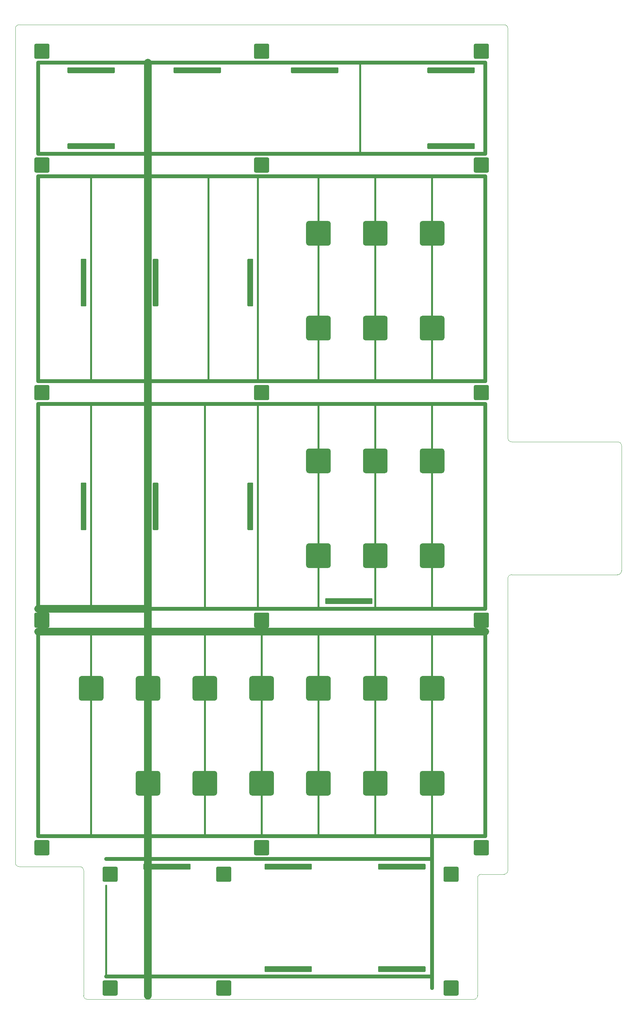
<source format=gbr>
G04 #@! TF.GenerationSoftware,KiCad,Pcbnew,6.0.10+dfsg-1~bpo11+1*
G04 #@! TF.ProjectId,main,6d61696e-2e6b-4696-9361-645f70636258,5.0*
G04 #@! TF.SameCoordinates,Original*
G04 #@! TF.FileFunction,Copper,L6,Bot*
G04 #@! TF.FilePolarity,Positive*
%FSLAX46Y46*%
G04 Gerber Fmt 4.6, Leading zero omitted, Abs format (unit mm)*
%MOMM*%
%LPD*%
G01*
G04 APERTURE LIST*
G04 #@! TA.AperFunction,NonConductor*
%ADD10C,1.000000*%
G04 #@! TD*
G04 #@! TA.AperFunction,NonConductor*
%ADD11C,0.500000*%
G04 #@! TD*
G04 #@! TA.AperFunction,NonConductor*
%ADD12C,2.000000*%
G04 #@! TD*
G04 #@! TA.AperFunction,Profile*
%ADD13C,0.120000*%
G04 #@! TD*
G04 APERTURE END LIST*
D10*
X82280000Y-60320000D02*
X82280000Y-114320000D01*
D11*
X140280000Y-120320000D02*
X140280000Y-174320000D01*
D10*
X82280000Y-180320000D02*
X82280000Y-234320000D01*
X111280000Y-174320000D02*
X200280000Y-174320000D01*
D12*
X82280000Y-174320000D02*
X111280000Y-174320000D01*
D10*
X200280000Y-180320000D02*
X200280000Y-234320000D01*
X200280000Y-60320000D02*
X200280000Y-114320000D01*
D11*
X140280000Y-60320000D02*
X140280000Y-114320000D01*
D10*
X82280000Y-60320000D02*
X200280000Y-60320000D01*
D11*
X100280000Y-247320000D02*
X100280000Y-271320000D01*
D10*
X82280000Y-120320000D02*
X200280000Y-120320000D01*
X82280000Y-30320000D02*
X82280000Y-54320000D01*
D11*
X167280000Y-30320000D02*
X167280000Y-54320000D01*
X156280000Y-120320000D02*
X156280000Y-174320000D01*
D10*
X200280000Y-120320000D02*
X200280000Y-174320000D01*
X186280000Y-271320000D02*
X100280000Y-271320000D01*
X82280000Y-234320000D02*
X200280000Y-234320000D01*
D12*
X82280000Y-180320000D02*
X200280000Y-180320000D01*
D11*
X96280000Y-60320000D02*
X96280000Y-114320000D01*
D10*
X186280000Y-234320000D02*
X186280000Y-274320000D01*
D11*
X141280000Y-180320000D02*
X141280000Y-234320000D01*
X171280000Y-60320000D02*
X171280000Y-114320000D01*
X127280000Y-60320000D02*
X127280000Y-114320000D01*
X126280000Y-120320000D02*
X126280000Y-174320000D01*
X186280000Y-180320000D02*
X186280000Y-234320000D01*
X186280000Y-120320000D02*
X186280000Y-174320000D01*
D12*
X111280000Y-30320000D02*
X111280000Y-276320000D01*
D11*
X156280000Y-60320000D02*
X156280000Y-114320000D01*
D10*
X82280000Y-54320000D02*
X200280000Y-54320000D01*
D11*
X171280000Y-180320000D02*
X171280000Y-234320000D01*
X156280000Y-180320000D02*
X156280000Y-234320000D01*
X186280000Y-60320000D02*
X186280000Y-114320000D01*
X96280000Y-180320000D02*
X96280000Y-234320000D01*
D10*
X200280000Y-30320000D02*
X200280000Y-54320000D01*
D11*
X126280000Y-180320000D02*
X126280000Y-234320000D01*
D10*
X82280000Y-114320000D02*
X200280000Y-114320000D01*
X186280000Y-240320000D02*
X100280000Y-240320000D01*
X82280000Y-120320000D02*
X82280000Y-174320000D01*
D11*
X171280000Y-120320000D02*
X171280000Y-174320000D01*
D10*
X82280000Y-30320000D02*
X200280000Y-30320000D01*
D11*
X96280000Y-120320000D02*
X96280000Y-174320000D01*
D13*
X76280000Y-241320000D02*
X76280000Y-21320000D01*
X205280000Y-244320000D02*
X199280000Y-244320000D01*
X93280000Y-242320000D02*
X77280000Y-242320000D01*
X94280000Y-276320000D02*
X94280000Y-243320000D01*
X198280000Y-245320000D02*
X198280000Y-276320000D01*
X197280000Y-277320000D02*
X95280000Y-277320000D01*
X235280000Y-165320000D02*
X207280000Y-165320000D01*
X207280000Y-130320000D02*
X235280000Y-130320000D01*
X236280000Y-131320000D02*
X236280000Y-164320000D01*
X206280000Y-166320000D02*
X206280000Y-243320000D01*
X77280000Y-20320000D02*
X205280000Y-20320000D01*
X206280000Y-21320000D02*
X206280000Y-129320000D01*
X235280000Y-165320000D02*
G75*
G03*
X236280000Y-164320000I0J1000000D01*
G01*
X76280000Y-241320000D02*
G75*
G03*
X77280000Y-242320000I999999J-1D01*
G01*
X199280000Y-244320000D02*
G75*
G03*
X198280000Y-245320000I0J-1000000D01*
G01*
X206280000Y-21320000D02*
G75*
G03*
X205280000Y-20320000I-1000000J0D01*
G01*
X94280000Y-243320000D02*
G75*
G03*
X93280000Y-242320000I-1000000J0D01*
G01*
X206280000Y-129320000D02*
G75*
G03*
X207280000Y-130320000I1000000J0D01*
G01*
X236280000Y-131320000D02*
G75*
G03*
X235280000Y-130320000I-1000000J0D01*
G01*
X205280000Y-244320000D02*
G75*
G03*
X206280000Y-243320000I0J1000000D01*
G01*
X94280000Y-276320000D02*
G75*
G03*
X95280000Y-277320000I1000000J0D01*
G01*
X197280000Y-277320000D02*
G75*
G03*
X198280000Y-276320000I0J1000000D01*
G01*
X207280000Y-165320000D02*
G75*
G03*
X206280000Y-166320000I0J-1000000D01*
G01*
X77280000Y-20320000D02*
G75*
G03*
X76280000Y-21320000I-1J-999999D01*
G01*
G04 #@! TA.AperFunction,ComponentPad*
G36*
G01*
X139280000Y-58920000D02*
X139280000Y-55720000D01*
G75*
G02*
X139680000Y-55320000I400000J0D01*
G01*
X142880000Y-55320000D01*
G75*
G02*
X143280000Y-55720000I0J-400000D01*
G01*
X143280000Y-58920000D01*
G75*
G02*
X142880000Y-59320000I-400000J0D01*
G01*
X139680000Y-59320000D01*
G75*
G02*
X139280000Y-58920000I0J400000D01*
G01*
G37*
G04 #@! TD.AperFunction*
G04 #@! TA.AperFunction,ComponentPad*
G36*
G01*
X197280000Y-178920000D02*
X197280000Y-175720000D01*
G75*
G02*
X197680000Y-175320000I400000J0D01*
G01*
X200880000Y-175320000D01*
G75*
G02*
X201280000Y-175720000I0J-400000D01*
G01*
X201280000Y-178920000D01*
G75*
G02*
X200880000Y-179320000I-400000J0D01*
G01*
X197680000Y-179320000D01*
G75*
G02*
X197280000Y-178920000I0J400000D01*
G01*
G37*
G04 #@! TD.AperFunction*
G04 #@! TA.AperFunction,ComponentPad*
G36*
G01*
X81280000Y-178920000D02*
X81280000Y-175720000D01*
G75*
G02*
X81680000Y-175320000I400000J0D01*
G01*
X84880000Y-175320000D01*
G75*
G02*
X85280000Y-175720000I0J-400000D01*
G01*
X85280000Y-178920000D01*
G75*
G02*
X84880000Y-179320000I-400000J0D01*
G01*
X81680000Y-179320000D01*
G75*
G02*
X81280000Y-178920000I0J400000D01*
G01*
G37*
G04 #@! TD.AperFunction*
G04 #@! TA.AperFunction,ComponentPad*
G36*
G01*
X139280000Y-28920000D02*
X139280000Y-25720000D01*
G75*
G02*
X139680000Y-25320000I400000J0D01*
G01*
X142880000Y-25320000D01*
G75*
G02*
X143280000Y-25720000I0J-400000D01*
G01*
X143280000Y-28920000D01*
G75*
G02*
X142880000Y-29320000I-400000J0D01*
G01*
X139680000Y-29320000D01*
G75*
G02*
X139280000Y-28920000I0J400000D01*
G01*
G37*
G04 #@! TD.AperFunction*
G04 #@! TA.AperFunction,ComponentPad*
G36*
G01*
X81280000Y-58920000D02*
X81280000Y-55720000D01*
G75*
G02*
X81680000Y-55320000I400000J0D01*
G01*
X84880000Y-55320000D01*
G75*
G02*
X85280000Y-55720000I0J-400000D01*
G01*
X85280000Y-58920000D01*
G75*
G02*
X84880000Y-59320000I-400000J0D01*
G01*
X81680000Y-59320000D01*
G75*
G02*
X81280000Y-58920000I0J400000D01*
G01*
G37*
G04 #@! TD.AperFunction*
G04 #@! TA.AperFunction,ComponentPad*
G36*
G01*
X139280000Y-178920000D02*
X139280000Y-175720000D01*
G75*
G02*
X139680000Y-175320000I400000J0D01*
G01*
X142880000Y-175320000D01*
G75*
G02*
X143280000Y-175720000I0J-400000D01*
G01*
X143280000Y-178920000D01*
G75*
G02*
X142880000Y-179320000I-400000J0D01*
G01*
X139680000Y-179320000D01*
G75*
G02*
X139280000Y-178920000I0J400000D01*
G01*
G37*
G04 #@! TD.AperFunction*
G04 #@! TA.AperFunction,ComponentPad*
G36*
G01*
X139280000Y-118920000D02*
X139280000Y-115720000D01*
G75*
G02*
X139680000Y-115320000I400000J0D01*
G01*
X142880000Y-115320000D01*
G75*
G02*
X143280000Y-115720000I0J-400000D01*
G01*
X143280000Y-118920000D01*
G75*
G02*
X142880000Y-119320000I-400000J0D01*
G01*
X139680000Y-119320000D01*
G75*
G02*
X139280000Y-118920000I0J400000D01*
G01*
G37*
G04 #@! TD.AperFunction*
G04 #@! TA.AperFunction,ComponentPad*
G36*
G01*
X81280000Y-118920000D02*
X81280000Y-115720000D01*
G75*
G02*
X81680000Y-115320000I400000J0D01*
G01*
X84880000Y-115320000D01*
G75*
G02*
X85280000Y-115720000I0J-400000D01*
G01*
X85280000Y-118920000D01*
G75*
G02*
X84880000Y-119320000I-400000J0D01*
G01*
X81680000Y-119320000D01*
G75*
G02*
X81280000Y-118920000I0J400000D01*
G01*
G37*
G04 #@! TD.AperFunction*
G04 #@! TA.AperFunction,ComponentPad*
G36*
G01*
X197280000Y-238920000D02*
X197280000Y-235720000D01*
G75*
G02*
X197680000Y-235320000I400000J0D01*
G01*
X200880000Y-235320000D01*
G75*
G02*
X201280000Y-235720000I0J-400000D01*
G01*
X201280000Y-238920000D01*
G75*
G02*
X200880000Y-239320000I-400000J0D01*
G01*
X197680000Y-239320000D01*
G75*
G02*
X197280000Y-238920000I0J400000D01*
G01*
G37*
G04 #@! TD.AperFunction*
G04 #@! TA.AperFunction,ComponentPad*
G36*
G01*
X129280000Y-245920000D02*
X129280000Y-242720000D01*
G75*
G02*
X129680000Y-242320000I400000J0D01*
G01*
X132880000Y-242320000D01*
G75*
G02*
X133280000Y-242720000I0J-400000D01*
G01*
X133280000Y-245920000D01*
G75*
G02*
X132880000Y-246320000I-400000J0D01*
G01*
X129680000Y-246320000D01*
G75*
G02*
X129280000Y-245920000I0J400000D01*
G01*
G37*
G04 #@! TD.AperFunction*
G04 #@! TA.AperFunction,ComponentPad*
G36*
G01*
X189280000Y-245920000D02*
X189280000Y-242720000D01*
G75*
G02*
X189680000Y-242320000I400000J0D01*
G01*
X192880000Y-242320000D01*
G75*
G02*
X193280000Y-242720000I0J-400000D01*
G01*
X193280000Y-245920000D01*
G75*
G02*
X192880000Y-246320000I-400000J0D01*
G01*
X189680000Y-246320000D01*
G75*
G02*
X189280000Y-245920000I0J400000D01*
G01*
G37*
G04 #@! TD.AperFunction*
G04 #@! TA.AperFunction,ComponentPad*
G36*
G01*
X81280000Y-238920000D02*
X81280000Y-235720000D01*
G75*
G02*
X81680000Y-235320000I400000J0D01*
G01*
X84880000Y-235320000D01*
G75*
G02*
X85280000Y-235720000I0J-400000D01*
G01*
X85280000Y-238920000D01*
G75*
G02*
X84880000Y-239320000I-400000J0D01*
G01*
X81680000Y-239320000D01*
G75*
G02*
X81280000Y-238920000I0J400000D01*
G01*
G37*
G04 #@! TD.AperFunction*
G04 #@! TA.AperFunction,ComponentPad*
G36*
G01*
X99280000Y-245920000D02*
X99280000Y-242720000D01*
G75*
G02*
X99680000Y-242320000I400000J0D01*
G01*
X102880000Y-242320000D01*
G75*
G02*
X103280000Y-242720000I0J-400000D01*
G01*
X103280000Y-245920000D01*
G75*
G02*
X102880000Y-246320000I-400000J0D01*
G01*
X99680000Y-246320000D01*
G75*
G02*
X99280000Y-245920000I0J400000D01*
G01*
G37*
G04 #@! TD.AperFunction*
G04 #@! TA.AperFunction,ComponentPad*
G36*
G01*
X99280000Y-275920000D02*
X99280000Y-272720000D01*
G75*
G02*
X99680000Y-272320000I400000J0D01*
G01*
X102880000Y-272320000D01*
G75*
G02*
X103280000Y-272720000I0J-400000D01*
G01*
X103280000Y-275920000D01*
G75*
G02*
X102880000Y-276320000I-400000J0D01*
G01*
X99680000Y-276320000D01*
G75*
G02*
X99280000Y-275920000I0J400000D01*
G01*
G37*
G04 #@! TD.AperFunction*
G04 #@! TA.AperFunction,ComponentPad*
G36*
G01*
X129280000Y-275920000D02*
X129280000Y-272720000D01*
G75*
G02*
X129680000Y-272320000I400000J0D01*
G01*
X132880000Y-272320000D01*
G75*
G02*
X133280000Y-272720000I0J-400000D01*
G01*
X133280000Y-275920000D01*
G75*
G02*
X132880000Y-276320000I-400000J0D01*
G01*
X129680000Y-276320000D01*
G75*
G02*
X129280000Y-275920000I0J400000D01*
G01*
G37*
G04 #@! TD.AperFunction*
G04 #@! TA.AperFunction,ComponentPad*
G36*
G01*
X197280000Y-28920000D02*
X197280000Y-25720000D01*
G75*
G02*
X197680000Y-25320000I400000J0D01*
G01*
X200880000Y-25320000D01*
G75*
G02*
X201280000Y-25720000I0J-400000D01*
G01*
X201280000Y-28920000D01*
G75*
G02*
X200880000Y-29320000I-400000J0D01*
G01*
X197680000Y-29320000D01*
G75*
G02*
X197280000Y-28920000I0J400000D01*
G01*
G37*
G04 #@! TD.AperFunction*
G04 #@! TA.AperFunction,ComponentPad*
G36*
G01*
X189280000Y-275920000D02*
X189280000Y-272720000D01*
G75*
G02*
X189680000Y-272320000I400000J0D01*
G01*
X192880000Y-272320000D01*
G75*
G02*
X193280000Y-272720000I0J-400000D01*
G01*
X193280000Y-275920000D01*
G75*
G02*
X192880000Y-276320000I-400000J0D01*
G01*
X189680000Y-276320000D01*
G75*
G02*
X189280000Y-275920000I0J400000D01*
G01*
G37*
G04 #@! TD.AperFunction*
G04 #@! TA.AperFunction,ComponentPad*
G36*
G01*
X81280000Y-28920000D02*
X81280000Y-25720000D01*
G75*
G02*
X81680000Y-25320000I400000J0D01*
G01*
X84880000Y-25320000D01*
G75*
G02*
X85280000Y-25720000I0J-400000D01*
G01*
X85280000Y-28920000D01*
G75*
G02*
X84880000Y-29320000I-400000J0D01*
G01*
X81680000Y-29320000D01*
G75*
G02*
X81280000Y-28920000I0J400000D01*
G01*
G37*
G04 #@! TD.AperFunction*
G04 #@! TA.AperFunction,ComponentPad*
G36*
G01*
X197280000Y-118920000D02*
X197280000Y-115720000D01*
G75*
G02*
X197680000Y-115320000I400000J0D01*
G01*
X200880000Y-115320000D01*
G75*
G02*
X201280000Y-115720000I0J-400000D01*
G01*
X201280000Y-118920000D01*
G75*
G02*
X200880000Y-119320000I-400000J0D01*
G01*
X197680000Y-119320000D01*
G75*
G02*
X197280000Y-118920000I0J400000D01*
G01*
G37*
G04 #@! TD.AperFunction*
G04 #@! TA.AperFunction,ComponentPad*
G36*
G01*
X197280000Y-58920000D02*
X197280000Y-55720000D01*
G75*
G02*
X197680000Y-55320000I400000J0D01*
G01*
X200880000Y-55320000D01*
G75*
G02*
X201280000Y-55720000I0J-400000D01*
G01*
X201280000Y-58920000D01*
G75*
G02*
X200880000Y-59320000I-400000J0D01*
G01*
X197680000Y-59320000D01*
G75*
G02*
X197280000Y-58920000I0J400000D01*
G01*
G37*
G04 #@! TD.AperFunction*
G04 #@! TA.AperFunction,ComponentPad*
G36*
G01*
X139280000Y-238920000D02*
X139280000Y-235720000D01*
G75*
G02*
X139680000Y-235320000I400000J0D01*
G01*
X142880000Y-235320000D01*
G75*
G02*
X143280000Y-235720000I0J-400000D01*
G01*
X143280000Y-238920000D01*
G75*
G02*
X142880000Y-239320000I-400000J0D01*
G01*
X139680000Y-239320000D01*
G75*
G02*
X139280000Y-238920000I0J400000D01*
G01*
G37*
G04 #@! TD.AperFunction*
G04 #@! TA.AperFunction,SMDPad,CuDef*
G36*
G01*
X185030000Y-32920000D02*
X185030000Y-31720000D01*
G75*
G02*
X185180000Y-31570000I150000J0D01*
G01*
X197380000Y-31570000D01*
G75*
G02*
X197530000Y-31720000I0J-150000D01*
G01*
X197530000Y-32920000D01*
G75*
G02*
X197380000Y-33070000I-150000J0D01*
G01*
X185180000Y-33070000D01*
G75*
G02*
X185030000Y-32920000I0J150000D01*
G01*
G37*
G04 #@! TD.AperFunction*
G04 #@! TA.AperFunction,SMDPad,CuDef*
G36*
G01*
X142030000Y-269920000D02*
X142030000Y-268720000D01*
G75*
G02*
X142180000Y-268570000I150000J0D01*
G01*
X154380000Y-268570000D01*
G75*
G02*
X154530000Y-268720000I0J-150000D01*
G01*
X154530000Y-269920000D01*
G75*
G02*
X154380000Y-270070000I-150000J0D01*
G01*
X142180000Y-270070000D01*
G75*
G02*
X142030000Y-269920000I0J150000D01*
G01*
G37*
G04 #@! TD.AperFunction*
G04 #@! TA.AperFunction,SMDPad,CuDef*
G36*
G01*
X94880000Y-153570000D02*
X93680000Y-153570000D01*
G75*
G02*
X93530000Y-153420000I0J150000D01*
G01*
X93530000Y-141220000D01*
G75*
G02*
X93680000Y-141070000I150000J0D01*
G01*
X94880000Y-141070000D01*
G75*
G02*
X95030000Y-141220000I0J-150000D01*
G01*
X95030000Y-153420000D01*
G75*
G02*
X94880000Y-153570000I-150000J0D01*
G01*
G37*
G04 #@! TD.AperFunction*
G04 #@! TA.AperFunction,SMDPad,CuDef*
G36*
G01*
X102530000Y-31720000D02*
X102530000Y-32920000D01*
G75*
G02*
X102380000Y-33070000I-150000J0D01*
G01*
X90180000Y-33070000D01*
G75*
G02*
X90030000Y-32920000I0J150000D01*
G01*
X90030000Y-31720000D01*
G75*
G02*
X90180000Y-31570000I150000J0D01*
G01*
X102380000Y-31570000D01*
G75*
G02*
X102530000Y-31720000I0J-150000D01*
G01*
G37*
G04 #@! TD.AperFunction*
G04 #@! TA.AperFunction,SMDPad,CuDef*
G36*
G01*
X159530000Y-217720000D02*
X159530000Y-222920000D01*
G75*
G02*
X158880000Y-223570000I-650000J0D01*
G01*
X153680000Y-223570000D01*
G75*
G02*
X153030000Y-222920000I0J650000D01*
G01*
X153030000Y-217720000D01*
G75*
G02*
X153680000Y-217070000I650000J0D01*
G01*
X158880000Y-217070000D01*
G75*
G02*
X159530000Y-217720000I0J-650000D01*
G01*
G37*
G04 #@! TD.AperFunction*
G04 #@! TA.AperFunction,SMDPad,CuDef*
G36*
G01*
X137680000Y-141070000D02*
X138880000Y-141070000D01*
G75*
G02*
X139030000Y-141220000I0J-150000D01*
G01*
X139030000Y-153420000D01*
G75*
G02*
X138880000Y-153570000I-150000J0D01*
G01*
X137680000Y-153570000D01*
G75*
G02*
X137530000Y-153420000I0J150000D01*
G01*
X137530000Y-141220000D01*
G75*
G02*
X137680000Y-141070000I150000J0D01*
G01*
G37*
G04 #@! TD.AperFunction*
G04 #@! TA.AperFunction,SMDPad,CuDef*
G36*
G01*
X174530000Y-97720000D02*
X174530000Y-102920000D01*
G75*
G02*
X173880000Y-103570000I-650000J0D01*
G01*
X168680000Y-103570000D01*
G75*
G02*
X168030000Y-102920000I0J650000D01*
G01*
X168030000Y-97720000D01*
G75*
G02*
X168680000Y-97070000I650000J0D01*
G01*
X173880000Y-97070000D01*
G75*
G02*
X174530000Y-97720000I0J-650000D01*
G01*
G37*
G04 #@! TD.AperFunction*
G04 #@! TA.AperFunction,SMDPad,CuDef*
G36*
G01*
X189530000Y-72720000D02*
X189530000Y-77920000D01*
G75*
G02*
X188880000Y-78570000I-650000J0D01*
G01*
X183680000Y-78570000D01*
G75*
G02*
X183030000Y-77920000I0J650000D01*
G01*
X183030000Y-72720000D01*
G75*
G02*
X183680000Y-72070000I650000J0D01*
G01*
X188880000Y-72070000D01*
G75*
G02*
X189530000Y-72720000I0J-650000D01*
G01*
G37*
G04 #@! TD.AperFunction*
G04 #@! TA.AperFunction,SMDPad,CuDef*
G36*
G01*
X174530000Y-192720000D02*
X174530000Y-197920000D01*
G75*
G02*
X173880000Y-198570000I-650000J0D01*
G01*
X168680000Y-198570000D01*
G75*
G02*
X168030000Y-197920000I0J650000D01*
G01*
X168030000Y-192720000D01*
G75*
G02*
X168680000Y-192070000I650000J0D01*
G01*
X173880000Y-192070000D01*
G75*
G02*
X174530000Y-192720000I0J-650000D01*
G01*
G37*
G04 #@! TD.AperFunction*
G04 #@! TA.AperFunction,SMDPad,CuDef*
G36*
G01*
X129530000Y-192720000D02*
X129530000Y-197920000D01*
G75*
G02*
X128880000Y-198570000I-650000J0D01*
G01*
X123680000Y-198570000D01*
G75*
G02*
X123030000Y-197920000I0J650000D01*
G01*
X123030000Y-192720000D01*
G75*
G02*
X123680000Y-192070000I650000J0D01*
G01*
X128880000Y-192070000D01*
G75*
G02*
X129530000Y-192720000I0J-650000D01*
G01*
G37*
G04 #@! TD.AperFunction*
G04 #@! TA.AperFunction,SMDPad,CuDef*
G36*
G01*
X154530000Y-241720000D02*
X154530000Y-242920000D01*
G75*
G02*
X154380000Y-243070000I-150000J0D01*
G01*
X142180000Y-243070000D01*
G75*
G02*
X142030000Y-242920000I0J150000D01*
G01*
X142030000Y-241720000D01*
G75*
G02*
X142180000Y-241570000I150000J0D01*
G01*
X154380000Y-241570000D01*
G75*
G02*
X154530000Y-241720000I0J-150000D01*
G01*
G37*
G04 #@! TD.AperFunction*
G04 #@! TA.AperFunction,SMDPad,CuDef*
G36*
G01*
X90030000Y-52920000D02*
X90030000Y-51720000D01*
G75*
G02*
X90180000Y-51570000I150000J0D01*
G01*
X102380000Y-51570000D01*
G75*
G02*
X102530000Y-51720000I0J-150000D01*
G01*
X102530000Y-52920000D01*
G75*
G02*
X102380000Y-53070000I-150000J0D01*
G01*
X90180000Y-53070000D01*
G75*
G02*
X90030000Y-52920000I0J150000D01*
G01*
G37*
G04 #@! TD.AperFunction*
G04 #@! TA.AperFunction,SMDPad,CuDef*
G36*
G01*
X144530000Y-192720000D02*
X144530000Y-197920000D01*
G75*
G02*
X143880000Y-198570000I-650000J0D01*
G01*
X138680000Y-198570000D01*
G75*
G02*
X138030000Y-197920000I0J650000D01*
G01*
X138030000Y-192720000D01*
G75*
G02*
X138680000Y-192070000I650000J0D01*
G01*
X143880000Y-192070000D01*
G75*
G02*
X144530000Y-192720000I0J-650000D01*
G01*
G37*
G04 #@! TD.AperFunction*
G04 #@! TA.AperFunction,SMDPad,CuDef*
G36*
G01*
X189530000Y-132720000D02*
X189530000Y-137920000D01*
G75*
G02*
X188880000Y-138570000I-650000J0D01*
G01*
X183680000Y-138570000D01*
G75*
G02*
X183030000Y-137920000I0J650000D01*
G01*
X183030000Y-132720000D01*
G75*
G02*
X183680000Y-132070000I650000J0D01*
G01*
X188880000Y-132070000D01*
G75*
G02*
X189530000Y-132720000I0J-650000D01*
G01*
G37*
G04 #@! TD.AperFunction*
G04 #@! TA.AperFunction,SMDPad,CuDef*
G36*
G01*
X129530000Y-217720000D02*
X129530000Y-222920000D01*
G75*
G02*
X128880000Y-223570000I-650000J0D01*
G01*
X123680000Y-223570000D01*
G75*
G02*
X123030000Y-222920000I0J650000D01*
G01*
X123030000Y-217720000D01*
G75*
G02*
X123680000Y-217070000I650000J0D01*
G01*
X128880000Y-217070000D01*
G75*
G02*
X129530000Y-217720000I0J-650000D01*
G01*
G37*
G04 #@! TD.AperFunction*
G04 #@! TA.AperFunction,SMDPad,CuDef*
G36*
G01*
X112680000Y-141070000D02*
X113880000Y-141070000D01*
G75*
G02*
X114030000Y-141220000I0J-150000D01*
G01*
X114030000Y-153420000D01*
G75*
G02*
X113880000Y-153570000I-150000J0D01*
G01*
X112680000Y-153570000D01*
G75*
G02*
X112530000Y-153420000I0J150000D01*
G01*
X112530000Y-141220000D01*
G75*
G02*
X112680000Y-141070000I150000J0D01*
G01*
G37*
G04 #@! TD.AperFunction*
G04 #@! TA.AperFunction,SMDPad,CuDef*
G36*
G01*
X118030000Y-32920000D02*
X118030000Y-31720000D01*
G75*
G02*
X118180000Y-31570000I150000J0D01*
G01*
X130380000Y-31570000D01*
G75*
G02*
X130530000Y-31720000I0J-150000D01*
G01*
X130530000Y-32920000D01*
G75*
G02*
X130380000Y-33070000I-150000J0D01*
G01*
X118180000Y-33070000D01*
G75*
G02*
X118030000Y-32920000I0J150000D01*
G01*
G37*
G04 #@! TD.AperFunction*
G04 #@! TA.AperFunction,SMDPad,CuDef*
G36*
G01*
X159530000Y-157720000D02*
X159530000Y-162920000D01*
G75*
G02*
X158880000Y-163570000I-650000J0D01*
G01*
X153680000Y-163570000D01*
G75*
G02*
X153030000Y-162920000I0J650000D01*
G01*
X153030000Y-157720000D01*
G75*
G02*
X153680000Y-157070000I650000J0D01*
G01*
X158880000Y-157070000D01*
G75*
G02*
X159530000Y-157720000I0J-650000D01*
G01*
G37*
G04 #@! TD.AperFunction*
G04 #@! TA.AperFunction,SMDPad,CuDef*
G36*
G01*
X174530000Y-217720000D02*
X174530000Y-222920000D01*
G75*
G02*
X173880000Y-223570000I-650000J0D01*
G01*
X168680000Y-223570000D01*
G75*
G02*
X168030000Y-222920000I0J650000D01*
G01*
X168030000Y-217720000D01*
G75*
G02*
X168680000Y-217070000I650000J0D01*
G01*
X173880000Y-217070000D01*
G75*
G02*
X174530000Y-217720000I0J-650000D01*
G01*
G37*
G04 #@! TD.AperFunction*
G04 #@! TA.AperFunction,SMDPad,CuDef*
G36*
G01*
X114530000Y-192720000D02*
X114530000Y-197920000D01*
G75*
G02*
X113880000Y-198570000I-650000J0D01*
G01*
X108680000Y-198570000D01*
G75*
G02*
X108030000Y-197920000I0J650000D01*
G01*
X108030000Y-192720000D01*
G75*
G02*
X108680000Y-192070000I650000J0D01*
G01*
X113880000Y-192070000D01*
G75*
G02*
X114530000Y-192720000I0J-650000D01*
G01*
G37*
G04 #@! TD.AperFunction*
G04 #@! TA.AperFunction,SMDPad,CuDef*
G36*
G01*
X189530000Y-97720000D02*
X189530000Y-102920000D01*
G75*
G02*
X188880000Y-103570000I-650000J0D01*
G01*
X183680000Y-103570000D01*
G75*
G02*
X183030000Y-102920000I0J650000D01*
G01*
X183030000Y-97720000D01*
G75*
G02*
X183680000Y-97070000I650000J0D01*
G01*
X188880000Y-97070000D01*
G75*
G02*
X189530000Y-97720000I0J-650000D01*
G01*
G37*
G04 #@! TD.AperFunction*
G04 #@! TA.AperFunction,SMDPad,CuDef*
G36*
G01*
X93680000Y-82070000D02*
X94880000Y-82070000D01*
G75*
G02*
X95030000Y-82220000I0J-150000D01*
G01*
X95030000Y-94420000D01*
G75*
G02*
X94880000Y-94570000I-150000J0D01*
G01*
X93680000Y-94570000D01*
G75*
G02*
X93530000Y-94420000I0J150000D01*
G01*
X93530000Y-82220000D01*
G75*
G02*
X93680000Y-82070000I150000J0D01*
G01*
G37*
G04 #@! TD.AperFunction*
G04 #@! TA.AperFunction,SMDPad,CuDef*
G36*
G01*
X159530000Y-97720000D02*
X159530000Y-102920000D01*
G75*
G02*
X158880000Y-103570000I-650000J0D01*
G01*
X153680000Y-103570000D01*
G75*
G02*
X153030000Y-102920000I0J650000D01*
G01*
X153030000Y-97720000D01*
G75*
G02*
X153680000Y-97070000I650000J0D01*
G01*
X158880000Y-97070000D01*
G75*
G02*
X159530000Y-97720000I0J-650000D01*
G01*
G37*
G04 #@! TD.AperFunction*
G04 #@! TA.AperFunction,SMDPad,CuDef*
G36*
G01*
X189530000Y-192720000D02*
X189530000Y-197920000D01*
G75*
G02*
X188880000Y-198570000I-650000J0D01*
G01*
X183680000Y-198570000D01*
G75*
G02*
X183030000Y-197920000I0J650000D01*
G01*
X183030000Y-192720000D01*
G75*
G02*
X183680000Y-192070000I650000J0D01*
G01*
X188880000Y-192070000D01*
G75*
G02*
X189530000Y-192720000I0J-650000D01*
G01*
G37*
G04 #@! TD.AperFunction*
G04 #@! TA.AperFunction,SMDPad,CuDef*
G36*
G01*
X174530000Y-72720000D02*
X174530000Y-77920000D01*
G75*
G02*
X173880000Y-78570000I-650000J0D01*
G01*
X168680000Y-78570000D01*
G75*
G02*
X168030000Y-77920000I0J650000D01*
G01*
X168030000Y-72720000D01*
G75*
G02*
X168680000Y-72070000I650000J0D01*
G01*
X173880000Y-72070000D01*
G75*
G02*
X174530000Y-72720000I0J-650000D01*
G01*
G37*
G04 #@! TD.AperFunction*
G04 #@! TA.AperFunction,SMDPad,CuDef*
G36*
G01*
X149030000Y-32920000D02*
X149030000Y-31720000D01*
G75*
G02*
X149180000Y-31570000I150000J0D01*
G01*
X161380000Y-31570000D01*
G75*
G02*
X161530000Y-31720000I0J-150000D01*
G01*
X161530000Y-32920000D01*
G75*
G02*
X161380000Y-33070000I-150000J0D01*
G01*
X149180000Y-33070000D01*
G75*
G02*
X149030000Y-32920000I0J150000D01*
G01*
G37*
G04 #@! TD.AperFunction*
G04 #@! TA.AperFunction,SMDPad,CuDef*
G36*
G01*
X158030000Y-172920000D02*
X158030000Y-171720000D01*
G75*
G02*
X158180000Y-171570000I150000J0D01*
G01*
X170380000Y-171570000D01*
G75*
G02*
X170530000Y-171720000I0J-150000D01*
G01*
X170530000Y-172920000D01*
G75*
G02*
X170380000Y-173070000I-150000J0D01*
G01*
X158180000Y-173070000D01*
G75*
G02*
X158030000Y-172920000I0J150000D01*
G01*
G37*
G04 #@! TD.AperFunction*
G04 #@! TA.AperFunction,SMDPad,CuDef*
G36*
G01*
X159530000Y-72720000D02*
X159530000Y-77920000D01*
G75*
G02*
X158880000Y-78570000I-650000J0D01*
G01*
X153680000Y-78570000D01*
G75*
G02*
X153030000Y-77920000I0J650000D01*
G01*
X153030000Y-72720000D01*
G75*
G02*
X153680000Y-72070000I650000J0D01*
G01*
X158880000Y-72070000D01*
G75*
G02*
X159530000Y-72720000I0J-650000D01*
G01*
G37*
G04 #@! TD.AperFunction*
G04 #@! TA.AperFunction,SMDPad,CuDef*
G36*
G01*
X144530000Y-217720000D02*
X144530000Y-222920000D01*
G75*
G02*
X143880000Y-223570000I-650000J0D01*
G01*
X138680000Y-223570000D01*
G75*
G02*
X138030000Y-222920000I0J650000D01*
G01*
X138030000Y-217720000D01*
G75*
G02*
X138680000Y-217070000I650000J0D01*
G01*
X143880000Y-217070000D01*
G75*
G02*
X144530000Y-217720000I0J-650000D01*
G01*
G37*
G04 #@! TD.AperFunction*
G04 #@! TA.AperFunction,SMDPad,CuDef*
G36*
G01*
X189530000Y-217720000D02*
X189530000Y-222920000D01*
G75*
G02*
X188880000Y-223570000I-650000J0D01*
G01*
X183680000Y-223570000D01*
G75*
G02*
X183030000Y-222920000I0J650000D01*
G01*
X183030000Y-217720000D01*
G75*
G02*
X183680000Y-217070000I650000J0D01*
G01*
X188880000Y-217070000D01*
G75*
G02*
X189530000Y-217720000I0J-650000D01*
G01*
G37*
G04 #@! TD.AperFunction*
G04 #@! TA.AperFunction,SMDPad,CuDef*
G36*
G01*
X137680000Y-82070000D02*
X138880000Y-82070000D01*
G75*
G02*
X139030000Y-82220000I0J-150000D01*
G01*
X139030000Y-94420000D01*
G75*
G02*
X138880000Y-94570000I-150000J0D01*
G01*
X137680000Y-94570000D01*
G75*
G02*
X137530000Y-94420000I0J150000D01*
G01*
X137530000Y-82220000D01*
G75*
G02*
X137680000Y-82070000I150000J0D01*
G01*
G37*
G04 #@! TD.AperFunction*
G04 #@! TA.AperFunction,SMDPad,CuDef*
G36*
G01*
X174530000Y-132720000D02*
X174530000Y-137920000D01*
G75*
G02*
X173880000Y-138570000I-650000J0D01*
G01*
X168680000Y-138570000D01*
G75*
G02*
X168030000Y-137920000I0J650000D01*
G01*
X168030000Y-132720000D01*
G75*
G02*
X168680000Y-132070000I650000J0D01*
G01*
X173880000Y-132070000D01*
G75*
G02*
X174530000Y-132720000I0J-650000D01*
G01*
G37*
G04 #@! TD.AperFunction*
G04 #@! TA.AperFunction,SMDPad,CuDef*
G36*
G01*
X172030000Y-269920000D02*
X172030000Y-268720000D01*
G75*
G02*
X172180000Y-268570000I150000J0D01*
G01*
X184380000Y-268570000D01*
G75*
G02*
X184530000Y-268720000I0J-150000D01*
G01*
X184530000Y-269920000D01*
G75*
G02*
X184380000Y-270070000I-150000J0D01*
G01*
X172180000Y-270070000D01*
G75*
G02*
X172030000Y-269920000I0J150000D01*
G01*
G37*
G04 #@! TD.AperFunction*
G04 #@! TA.AperFunction,SMDPad,CuDef*
G36*
G01*
X174530000Y-157720000D02*
X174530000Y-162920000D01*
G75*
G02*
X173880000Y-163570000I-650000J0D01*
G01*
X168680000Y-163570000D01*
G75*
G02*
X168030000Y-162920000I0J650000D01*
G01*
X168030000Y-157720000D01*
G75*
G02*
X168680000Y-157070000I650000J0D01*
G01*
X173880000Y-157070000D01*
G75*
G02*
X174530000Y-157720000I0J-650000D01*
G01*
G37*
G04 #@! TD.AperFunction*
G04 #@! TA.AperFunction,SMDPad,CuDef*
G36*
G01*
X122530000Y-241720000D02*
X122530000Y-242920000D01*
G75*
G02*
X122380000Y-243070000I-150000J0D01*
G01*
X110180000Y-243070000D01*
G75*
G02*
X110030000Y-242920000I0J150000D01*
G01*
X110030000Y-241720000D01*
G75*
G02*
X110180000Y-241570000I150000J0D01*
G01*
X122380000Y-241570000D01*
G75*
G02*
X122530000Y-241720000I0J-150000D01*
G01*
G37*
G04 #@! TD.AperFunction*
G04 #@! TA.AperFunction,SMDPad,CuDef*
G36*
G01*
X159530000Y-132720000D02*
X159530000Y-137920000D01*
G75*
G02*
X158880000Y-138570000I-650000J0D01*
G01*
X153680000Y-138570000D01*
G75*
G02*
X153030000Y-137920000I0J650000D01*
G01*
X153030000Y-132720000D01*
G75*
G02*
X153680000Y-132070000I650000J0D01*
G01*
X158880000Y-132070000D01*
G75*
G02*
X159530000Y-132720000I0J-650000D01*
G01*
G37*
G04 #@! TD.AperFunction*
G04 #@! TA.AperFunction,SMDPad,CuDef*
G36*
G01*
X189530000Y-157720000D02*
X189530000Y-162920000D01*
G75*
G02*
X188880000Y-163570000I-650000J0D01*
G01*
X183680000Y-163570000D01*
G75*
G02*
X183030000Y-162920000I0J650000D01*
G01*
X183030000Y-157720000D01*
G75*
G02*
X183680000Y-157070000I650000J0D01*
G01*
X188880000Y-157070000D01*
G75*
G02*
X189530000Y-157720000I0J-650000D01*
G01*
G37*
G04 #@! TD.AperFunction*
G04 #@! TA.AperFunction,SMDPad,CuDef*
G36*
G01*
X185030000Y-52920000D02*
X185030000Y-51720000D01*
G75*
G02*
X185180000Y-51570000I150000J0D01*
G01*
X197380000Y-51570000D01*
G75*
G02*
X197530000Y-51720000I0J-150000D01*
G01*
X197530000Y-52920000D01*
G75*
G02*
X197380000Y-53070000I-150000J0D01*
G01*
X185180000Y-53070000D01*
G75*
G02*
X185030000Y-52920000I0J150000D01*
G01*
G37*
G04 #@! TD.AperFunction*
G04 #@! TA.AperFunction,SMDPad,CuDef*
G36*
G01*
X159530000Y-192720000D02*
X159530000Y-197920000D01*
G75*
G02*
X158880000Y-198570000I-650000J0D01*
G01*
X153680000Y-198570000D01*
G75*
G02*
X153030000Y-197920000I0J650000D01*
G01*
X153030000Y-192720000D01*
G75*
G02*
X153680000Y-192070000I650000J0D01*
G01*
X158880000Y-192070000D01*
G75*
G02*
X159530000Y-192720000I0J-650000D01*
G01*
G37*
G04 #@! TD.AperFunction*
G04 #@! TA.AperFunction,SMDPad,CuDef*
G36*
G01*
X172030000Y-242920000D02*
X172030000Y-241720000D01*
G75*
G02*
X172180000Y-241570000I150000J0D01*
G01*
X184380000Y-241570000D01*
G75*
G02*
X184530000Y-241720000I0J-150000D01*
G01*
X184530000Y-242920000D01*
G75*
G02*
X184380000Y-243070000I-150000J0D01*
G01*
X172180000Y-243070000D01*
G75*
G02*
X172030000Y-242920000I0J150000D01*
G01*
G37*
G04 #@! TD.AperFunction*
G04 #@! TA.AperFunction,SMDPad,CuDef*
G36*
G01*
X114530000Y-217720000D02*
X114530000Y-222920000D01*
G75*
G02*
X113880000Y-223570000I-650000J0D01*
G01*
X108680000Y-223570000D01*
G75*
G02*
X108030000Y-222920000I0J650000D01*
G01*
X108030000Y-217720000D01*
G75*
G02*
X108680000Y-217070000I650000J0D01*
G01*
X113880000Y-217070000D01*
G75*
G02*
X114530000Y-217720000I0J-650000D01*
G01*
G37*
G04 #@! TD.AperFunction*
G04 #@! TA.AperFunction,SMDPad,CuDef*
G36*
G01*
X112680000Y-82070000D02*
X113880000Y-82070000D01*
G75*
G02*
X114030000Y-82220000I0J-150000D01*
G01*
X114030000Y-94420000D01*
G75*
G02*
X113880000Y-94570000I-150000J0D01*
G01*
X112680000Y-94570000D01*
G75*
G02*
X112530000Y-94420000I0J150000D01*
G01*
X112530000Y-82220000D01*
G75*
G02*
X112680000Y-82070000I150000J0D01*
G01*
G37*
G04 #@! TD.AperFunction*
G04 #@! TA.AperFunction,SMDPad,CuDef*
G36*
G01*
X99530000Y-192720000D02*
X99530000Y-197920000D01*
G75*
G02*
X98880000Y-198570000I-650000J0D01*
G01*
X93680000Y-198570000D01*
G75*
G02*
X93030000Y-197920000I0J650000D01*
G01*
X93030000Y-192720000D01*
G75*
G02*
X93680000Y-192070000I650000J0D01*
G01*
X98880000Y-192070000D01*
G75*
G02*
X99530000Y-192720000I0J-650000D01*
G01*
G37*
G04 #@! TD.AperFunction*
M02*

</source>
